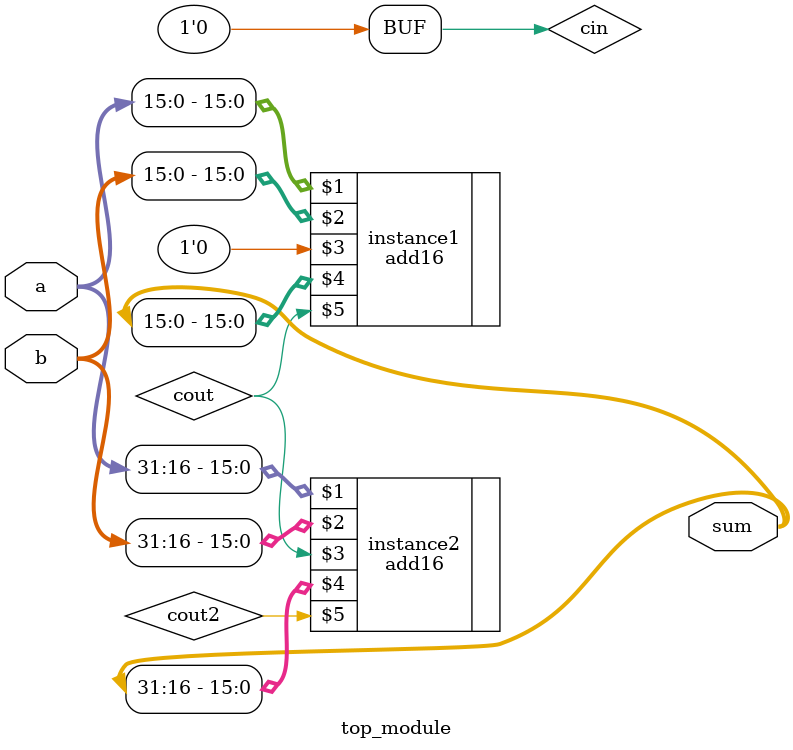
<source format=v>
module top_module(
    input [31:0] a,
    input [31:0] b,
    output [31:0] sum
);
    assign cin = 0;
  
    wire cin, cout, cout2;
  
    add16 instance1(a[15:0], b[15:0], cin, sum[15:0], cout);
    add16 instance2(a[31:16], b[31:16], cout, sum[31:16], cout2);
    

endmodule

</source>
